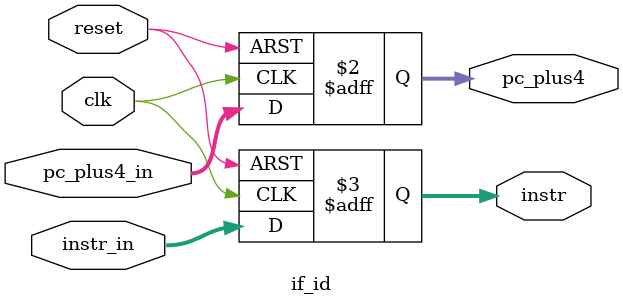
<source format=v>
module if_id(
    input clk,
    input reset,
    input [31:0] pc_plus4_in,
    input [31:0] instr_in,
    output reg [31:0] pc_plus4,
    output reg [31:0] instr
);
    always @(posedge clk or posedge reset) begin
        if (reset) begin
            pc_plus4 <= 32'b0;
            instr <= 32'b0;
        end else begin
            pc_plus4 <= pc_plus4_in;
            instr <= instr_in;
        end
    end
endmodule

</source>
